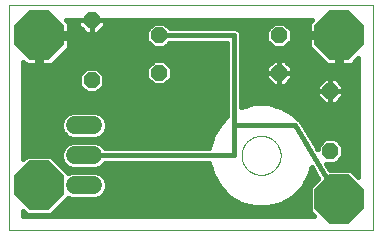
<source format=gbl>
G75*
%MOIN*%
%OFA0B0*%
%FSLAX25Y25*%
%IPPOS*%
%LPD*%
%AMOC8*
5,1,8,0,0,1.08239X$1,22.5*
%
%ADD10C,0.00000*%
%ADD11OC8,0.16400*%
%ADD12OC8,0.05200*%
%ADD13C,0.06000*%
%ADD14C,0.01600*%
D10*
X0003000Y0003125D02*
X0003000Y0078086D01*
X0124201Y0078086D01*
X0124201Y0003125D01*
X0003000Y0003125D01*
X0080500Y0028125D02*
X0080502Y0028286D01*
X0080508Y0028446D01*
X0080518Y0028607D01*
X0080532Y0028767D01*
X0080550Y0028927D01*
X0080571Y0029086D01*
X0080597Y0029245D01*
X0080627Y0029403D01*
X0080660Y0029560D01*
X0080698Y0029717D01*
X0080739Y0029872D01*
X0080784Y0030026D01*
X0080833Y0030179D01*
X0080886Y0030331D01*
X0080942Y0030482D01*
X0081003Y0030631D01*
X0081066Y0030779D01*
X0081134Y0030925D01*
X0081205Y0031069D01*
X0081279Y0031211D01*
X0081357Y0031352D01*
X0081439Y0031490D01*
X0081524Y0031627D01*
X0081612Y0031761D01*
X0081704Y0031893D01*
X0081799Y0032023D01*
X0081897Y0032151D01*
X0081998Y0032276D01*
X0082102Y0032398D01*
X0082209Y0032518D01*
X0082319Y0032635D01*
X0082432Y0032750D01*
X0082548Y0032861D01*
X0082667Y0032970D01*
X0082788Y0033075D01*
X0082912Y0033178D01*
X0083038Y0033278D01*
X0083166Y0033374D01*
X0083297Y0033467D01*
X0083431Y0033557D01*
X0083566Y0033644D01*
X0083704Y0033727D01*
X0083843Y0033807D01*
X0083985Y0033883D01*
X0084128Y0033956D01*
X0084273Y0034025D01*
X0084420Y0034091D01*
X0084568Y0034153D01*
X0084718Y0034211D01*
X0084869Y0034266D01*
X0085022Y0034317D01*
X0085176Y0034364D01*
X0085331Y0034407D01*
X0085487Y0034446D01*
X0085643Y0034482D01*
X0085801Y0034513D01*
X0085959Y0034541D01*
X0086118Y0034565D01*
X0086278Y0034585D01*
X0086438Y0034601D01*
X0086598Y0034613D01*
X0086759Y0034621D01*
X0086920Y0034625D01*
X0087080Y0034625D01*
X0087241Y0034621D01*
X0087402Y0034613D01*
X0087562Y0034601D01*
X0087722Y0034585D01*
X0087882Y0034565D01*
X0088041Y0034541D01*
X0088199Y0034513D01*
X0088357Y0034482D01*
X0088513Y0034446D01*
X0088669Y0034407D01*
X0088824Y0034364D01*
X0088978Y0034317D01*
X0089131Y0034266D01*
X0089282Y0034211D01*
X0089432Y0034153D01*
X0089580Y0034091D01*
X0089727Y0034025D01*
X0089872Y0033956D01*
X0090015Y0033883D01*
X0090157Y0033807D01*
X0090296Y0033727D01*
X0090434Y0033644D01*
X0090569Y0033557D01*
X0090703Y0033467D01*
X0090834Y0033374D01*
X0090962Y0033278D01*
X0091088Y0033178D01*
X0091212Y0033075D01*
X0091333Y0032970D01*
X0091452Y0032861D01*
X0091568Y0032750D01*
X0091681Y0032635D01*
X0091791Y0032518D01*
X0091898Y0032398D01*
X0092002Y0032276D01*
X0092103Y0032151D01*
X0092201Y0032023D01*
X0092296Y0031893D01*
X0092388Y0031761D01*
X0092476Y0031627D01*
X0092561Y0031490D01*
X0092643Y0031352D01*
X0092721Y0031211D01*
X0092795Y0031069D01*
X0092866Y0030925D01*
X0092934Y0030779D01*
X0092997Y0030631D01*
X0093058Y0030482D01*
X0093114Y0030331D01*
X0093167Y0030179D01*
X0093216Y0030026D01*
X0093261Y0029872D01*
X0093302Y0029717D01*
X0093340Y0029560D01*
X0093373Y0029403D01*
X0093403Y0029245D01*
X0093429Y0029086D01*
X0093450Y0028927D01*
X0093468Y0028767D01*
X0093482Y0028607D01*
X0093492Y0028446D01*
X0093498Y0028286D01*
X0093500Y0028125D01*
X0093498Y0027964D01*
X0093492Y0027804D01*
X0093482Y0027643D01*
X0093468Y0027483D01*
X0093450Y0027323D01*
X0093429Y0027164D01*
X0093403Y0027005D01*
X0093373Y0026847D01*
X0093340Y0026690D01*
X0093302Y0026533D01*
X0093261Y0026378D01*
X0093216Y0026224D01*
X0093167Y0026071D01*
X0093114Y0025919D01*
X0093058Y0025768D01*
X0092997Y0025619D01*
X0092934Y0025471D01*
X0092866Y0025325D01*
X0092795Y0025181D01*
X0092721Y0025039D01*
X0092643Y0024898D01*
X0092561Y0024760D01*
X0092476Y0024623D01*
X0092388Y0024489D01*
X0092296Y0024357D01*
X0092201Y0024227D01*
X0092103Y0024099D01*
X0092002Y0023974D01*
X0091898Y0023852D01*
X0091791Y0023732D01*
X0091681Y0023615D01*
X0091568Y0023500D01*
X0091452Y0023389D01*
X0091333Y0023280D01*
X0091212Y0023175D01*
X0091088Y0023072D01*
X0090962Y0022972D01*
X0090834Y0022876D01*
X0090703Y0022783D01*
X0090569Y0022693D01*
X0090434Y0022606D01*
X0090296Y0022523D01*
X0090157Y0022443D01*
X0090015Y0022367D01*
X0089872Y0022294D01*
X0089727Y0022225D01*
X0089580Y0022159D01*
X0089432Y0022097D01*
X0089282Y0022039D01*
X0089131Y0021984D01*
X0088978Y0021933D01*
X0088824Y0021886D01*
X0088669Y0021843D01*
X0088513Y0021804D01*
X0088357Y0021768D01*
X0088199Y0021737D01*
X0088041Y0021709D01*
X0087882Y0021685D01*
X0087722Y0021665D01*
X0087562Y0021649D01*
X0087402Y0021637D01*
X0087241Y0021629D01*
X0087080Y0021625D01*
X0086920Y0021625D01*
X0086759Y0021629D01*
X0086598Y0021637D01*
X0086438Y0021649D01*
X0086278Y0021665D01*
X0086118Y0021685D01*
X0085959Y0021709D01*
X0085801Y0021737D01*
X0085643Y0021768D01*
X0085487Y0021804D01*
X0085331Y0021843D01*
X0085176Y0021886D01*
X0085022Y0021933D01*
X0084869Y0021984D01*
X0084718Y0022039D01*
X0084568Y0022097D01*
X0084420Y0022159D01*
X0084273Y0022225D01*
X0084128Y0022294D01*
X0083985Y0022367D01*
X0083843Y0022443D01*
X0083704Y0022523D01*
X0083566Y0022606D01*
X0083431Y0022693D01*
X0083297Y0022783D01*
X0083166Y0022876D01*
X0083038Y0022972D01*
X0082912Y0023072D01*
X0082788Y0023175D01*
X0082667Y0023280D01*
X0082548Y0023389D01*
X0082432Y0023500D01*
X0082319Y0023615D01*
X0082209Y0023732D01*
X0082102Y0023852D01*
X0081998Y0023974D01*
X0081897Y0024099D01*
X0081799Y0024227D01*
X0081704Y0024357D01*
X0081612Y0024489D01*
X0081524Y0024623D01*
X0081439Y0024760D01*
X0081357Y0024898D01*
X0081279Y0025039D01*
X0081205Y0025181D01*
X0081134Y0025325D01*
X0081066Y0025471D01*
X0081003Y0025619D01*
X0080942Y0025768D01*
X0080886Y0025919D01*
X0080833Y0026071D01*
X0080784Y0026224D01*
X0080739Y0026378D01*
X0080698Y0026533D01*
X0080660Y0026690D01*
X0080627Y0026847D01*
X0080597Y0027005D01*
X0080571Y0027164D01*
X0080550Y0027323D01*
X0080532Y0027483D01*
X0080518Y0027643D01*
X0080508Y0027804D01*
X0080502Y0027964D01*
X0080500Y0028125D01*
D11*
X0113000Y0013440D03*
X0113000Y0068243D03*
X0013000Y0068125D03*
X0013000Y0018125D03*
D12*
X0030500Y0053125D03*
X0053000Y0055625D03*
X0053000Y0068125D03*
X0030500Y0073125D03*
X0093000Y0068125D03*
X0093000Y0055625D03*
X0110067Y0049582D03*
X0110067Y0029582D03*
D13*
X0031000Y0028125D02*
X0025000Y0028125D01*
X0025000Y0038125D02*
X0031000Y0038125D01*
X0031000Y0018125D02*
X0025000Y0018125D01*
D14*
X0023076Y0022307D02*
X0022677Y0022307D01*
X0022794Y0022190D02*
X0017059Y0027925D01*
X0008941Y0027925D01*
X0007800Y0026784D01*
X0007800Y0059183D01*
X0008858Y0058125D01*
X0012225Y0058125D01*
X0012225Y0067350D01*
X0013775Y0067350D01*
X0013775Y0068900D01*
X0023000Y0068900D01*
X0023000Y0072267D01*
X0021981Y0073286D01*
X0026100Y0073286D01*
X0026100Y0073125D01*
X0030500Y0073125D01*
X0034900Y0073125D01*
X0034900Y0073286D01*
X0103900Y0073286D01*
X0103000Y0072385D01*
X0103000Y0069018D01*
X0112225Y0069018D01*
X0112225Y0067468D01*
X0113775Y0067468D01*
X0113775Y0058243D01*
X0117142Y0058243D01*
X0119401Y0060502D01*
X0119401Y0020898D01*
X0117059Y0023240D01*
X0109963Y0023240D01*
X0108688Y0025382D01*
X0111807Y0025382D01*
X0114267Y0027842D01*
X0114267Y0031321D01*
X0111807Y0033782D01*
X0108327Y0033782D01*
X0105867Y0031321D01*
X0105867Y0030125D01*
X0103151Y0034689D01*
X0103121Y0034803D01*
X0100843Y0038747D01*
X0100581Y0039010D01*
X0100466Y0039203D01*
X0100350Y0039484D01*
X0100224Y0039610D01*
X0100133Y0039762D01*
X0099890Y0039944D01*
X0099674Y0040160D01*
X0099511Y0040227D01*
X0099368Y0040334D01*
X0099219Y0040371D01*
X0097622Y0041968D01*
X0093678Y0044246D01*
X0089278Y0045425D01*
X0084722Y0045425D01*
X0080400Y0044267D01*
X0080400Y0068602D01*
X0080035Y0069484D01*
X0079359Y0070160D01*
X0078477Y0070525D01*
X0056540Y0070525D01*
X0054740Y0072325D01*
X0051260Y0072325D01*
X0048800Y0069865D01*
X0048800Y0066385D01*
X0051260Y0063925D01*
X0054740Y0063925D01*
X0056540Y0065725D01*
X0075600Y0065725D01*
X0075600Y0041191D01*
X0073157Y0038747D01*
X0070879Y0034803D01*
X0069733Y0030525D01*
X0034985Y0030525D01*
X0034900Y0030731D01*
X0033606Y0032025D01*
X0031915Y0032725D01*
X0024085Y0032725D01*
X0022394Y0032025D01*
X0021100Y0030731D01*
X0020400Y0029040D01*
X0020400Y0027210D01*
X0021100Y0025519D01*
X0022394Y0024225D01*
X0024085Y0023525D01*
X0031915Y0023525D01*
X0033606Y0024225D01*
X0034900Y0025519D01*
X0034985Y0025725D01*
X0069733Y0025725D01*
X0070879Y0021447D01*
X0073157Y0017503D01*
X0076378Y0014282D01*
X0080322Y0012004D01*
X0084722Y0010825D01*
X0089278Y0010825D01*
X0093678Y0012004D01*
X0097622Y0014282D01*
X0100843Y0017503D01*
X0103121Y0021447D01*
X0103842Y0024139D01*
X0106080Y0020379D01*
X0103200Y0017499D01*
X0103200Y0009381D01*
X0104656Y0007925D01*
X0007800Y0007925D01*
X0007800Y0009466D01*
X0008941Y0008325D01*
X0017059Y0008325D01*
X0022794Y0014060D01*
X0024085Y0013525D01*
X0031915Y0013525D01*
X0033606Y0014225D01*
X0034900Y0015519D01*
X0035600Y0017210D01*
X0035600Y0019040D01*
X0034900Y0020731D01*
X0033606Y0022025D01*
X0031915Y0022725D01*
X0024085Y0022725D01*
X0022794Y0022190D01*
X0023166Y0023906D02*
X0021079Y0023906D01*
X0021115Y0025504D02*
X0019480Y0025504D01*
X0020444Y0027103D02*
X0017882Y0027103D01*
X0020400Y0028701D02*
X0007800Y0028701D01*
X0007800Y0027103D02*
X0008118Y0027103D01*
X0007800Y0030300D02*
X0020922Y0030300D01*
X0022268Y0031898D02*
X0007800Y0031898D01*
X0007800Y0033497D02*
X0070529Y0033497D01*
X0070101Y0031898D02*
X0033732Y0031898D01*
X0033606Y0034225D02*
X0031915Y0033525D01*
X0024085Y0033525D01*
X0022394Y0034225D01*
X0021100Y0035519D01*
X0020400Y0037210D01*
X0020400Y0039040D01*
X0021100Y0040731D01*
X0022394Y0042025D01*
X0024085Y0042725D01*
X0031915Y0042725D01*
X0033606Y0042025D01*
X0034900Y0040731D01*
X0035600Y0039040D01*
X0035600Y0037210D01*
X0034900Y0035519D01*
X0033606Y0034225D01*
X0034476Y0035095D02*
X0071048Y0035095D01*
X0071971Y0036694D02*
X0035386Y0036694D01*
X0035600Y0038292D02*
X0072894Y0038292D01*
X0074300Y0039891D02*
X0035248Y0039891D01*
X0034141Y0041489D02*
X0075600Y0041489D01*
X0075600Y0043088D02*
X0007800Y0043088D01*
X0007800Y0044686D02*
X0075600Y0044686D01*
X0075600Y0046285D02*
X0007800Y0046285D01*
X0007800Y0047883D02*
X0075600Y0047883D01*
X0075600Y0049482D02*
X0032797Y0049482D01*
X0032240Y0048925D02*
X0034700Y0051385D01*
X0034700Y0054865D01*
X0032240Y0057325D01*
X0028760Y0057325D01*
X0026300Y0054865D01*
X0026300Y0051385D01*
X0028760Y0048925D01*
X0032240Y0048925D01*
X0034395Y0051080D02*
X0075600Y0051080D01*
X0075600Y0052679D02*
X0055994Y0052679D01*
X0057200Y0053885D02*
X0054740Y0051425D01*
X0051260Y0051425D01*
X0048800Y0053885D01*
X0048800Y0057365D01*
X0051260Y0059825D01*
X0054740Y0059825D01*
X0057200Y0057365D01*
X0057200Y0053885D01*
X0057200Y0054277D02*
X0075600Y0054277D01*
X0075600Y0055876D02*
X0057200Y0055876D01*
X0057090Y0057474D02*
X0075600Y0057474D01*
X0075600Y0059073D02*
X0055492Y0059073D01*
X0050508Y0059073D02*
X0018090Y0059073D01*
X0017142Y0058125D02*
X0023000Y0063983D01*
X0023000Y0067350D01*
X0013775Y0067350D01*
X0013775Y0058125D01*
X0017142Y0058125D01*
X0013775Y0059073D02*
X0012225Y0059073D01*
X0012225Y0060671D02*
X0013775Y0060671D01*
X0013775Y0062270D02*
X0012225Y0062270D01*
X0012225Y0063868D02*
X0013775Y0063868D01*
X0013775Y0065467D02*
X0012225Y0065467D01*
X0012225Y0067065D02*
X0013775Y0067065D01*
X0013775Y0068664D02*
X0048800Y0068664D01*
X0048800Y0067065D02*
X0023000Y0067065D01*
X0023000Y0065467D02*
X0049718Y0065467D01*
X0053000Y0068125D02*
X0078000Y0068125D01*
X0078000Y0038125D01*
X0098315Y0038125D01*
X0113000Y0013440D01*
X0103200Y0012716D02*
X0094911Y0012716D01*
X0097655Y0014315D02*
X0103200Y0014315D01*
X0103200Y0015913D02*
X0099254Y0015913D01*
X0100849Y0017512D02*
X0103212Y0017512D01*
X0101772Y0019110D02*
X0104811Y0019110D01*
X0105883Y0020709D02*
X0102694Y0020709D01*
X0103351Y0022307D02*
X0104932Y0022307D01*
X0103981Y0023906D02*
X0103780Y0023906D01*
X0109567Y0023906D02*
X0119401Y0023906D01*
X0119401Y0025504D02*
X0111929Y0025504D01*
X0113528Y0027103D02*
X0119401Y0027103D01*
X0119401Y0028701D02*
X0114267Y0028701D01*
X0114267Y0030300D02*
X0119401Y0030300D01*
X0119401Y0031898D02*
X0113690Y0031898D01*
X0112092Y0033497D02*
X0119401Y0033497D01*
X0119401Y0035095D02*
X0102952Y0035095D01*
X0103861Y0033497D02*
X0108042Y0033497D01*
X0106444Y0031898D02*
X0104812Y0031898D01*
X0105763Y0030300D02*
X0105867Y0030300D01*
X0102029Y0036694D02*
X0119401Y0036694D01*
X0119401Y0038292D02*
X0101106Y0038292D01*
X0099961Y0039891D02*
X0119401Y0039891D01*
X0119401Y0041489D02*
X0098102Y0041489D01*
X0095684Y0043088D02*
X0119401Y0043088D01*
X0119401Y0044686D02*
X0092034Y0044686D01*
X0081966Y0044686D02*
X0080400Y0044686D01*
X0080400Y0046285D02*
X0107141Y0046285D01*
X0108244Y0045182D02*
X0105667Y0047759D01*
X0105667Y0049582D01*
X0110067Y0049582D01*
X0110067Y0049582D01*
X0110067Y0053982D01*
X0111889Y0053982D01*
X0114467Y0051404D01*
X0114467Y0049582D01*
X0110067Y0049582D01*
X0110067Y0053982D01*
X0108244Y0053982D01*
X0105667Y0051404D01*
X0105667Y0049582D01*
X0110067Y0049582D01*
X0110067Y0049582D01*
X0110067Y0049582D01*
X0114467Y0049582D01*
X0114467Y0047759D01*
X0111889Y0045182D01*
X0110067Y0045182D01*
X0110067Y0049582D01*
X0110067Y0049582D01*
X0110067Y0045182D01*
X0108244Y0045182D01*
X0110067Y0046285D02*
X0110067Y0046285D01*
X0110067Y0047883D02*
X0110067Y0047883D01*
X0110067Y0049482D02*
X0110067Y0049482D01*
X0110067Y0051080D02*
X0110067Y0051080D01*
X0110067Y0052679D02*
X0110067Y0052679D01*
X0113192Y0052679D02*
X0119401Y0052679D01*
X0119401Y0054277D02*
X0097400Y0054277D01*
X0097400Y0053802D02*
X0097400Y0055625D01*
X0097400Y0057448D01*
X0094823Y0060025D01*
X0093000Y0060025D01*
X0093000Y0055625D01*
X0097400Y0055625D01*
X0093000Y0055625D01*
X0093000Y0055625D01*
X0093000Y0055625D01*
X0093000Y0051225D01*
X0094823Y0051225D01*
X0097400Y0053802D01*
X0096276Y0052679D02*
X0106942Y0052679D01*
X0105667Y0051080D02*
X0080400Y0051080D01*
X0080400Y0049482D02*
X0105667Y0049482D01*
X0105667Y0047883D02*
X0080400Y0047883D01*
X0080400Y0052679D02*
X0089724Y0052679D01*
X0088600Y0053802D02*
X0091177Y0051225D01*
X0093000Y0051225D01*
X0093000Y0055625D01*
X0093000Y0055625D01*
X0093000Y0055625D01*
X0088600Y0055625D01*
X0088600Y0057448D01*
X0091177Y0060025D01*
X0093000Y0060025D01*
X0093000Y0055625D01*
X0088600Y0055625D01*
X0088600Y0053802D01*
X0088600Y0054277D02*
X0080400Y0054277D01*
X0080400Y0055876D02*
X0088600Y0055876D01*
X0088627Y0057474D02*
X0080400Y0057474D01*
X0080400Y0059073D02*
X0090225Y0059073D01*
X0093000Y0059073D02*
X0093000Y0059073D01*
X0093000Y0057474D02*
X0093000Y0057474D01*
X0093000Y0055876D02*
X0093000Y0055876D01*
X0093000Y0054277D02*
X0093000Y0054277D01*
X0093000Y0052679D02*
X0093000Y0052679D01*
X0097400Y0055876D02*
X0119401Y0055876D01*
X0119401Y0057474D02*
X0097373Y0057474D01*
X0095775Y0059073D02*
X0108028Y0059073D01*
X0108858Y0058243D02*
X0112225Y0058243D01*
X0112225Y0067468D01*
X0103000Y0067468D01*
X0103000Y0064101D01*
X0108858Y0058243D01*
X0106430Y0060671D02*
X0080400Y0060671D01*
X0080400Y0062270D02*
X0104831Y0062270D01*
X0103233Y0063868D02*
X0080400Y0063868D01*
X0080400Y0065467D02*
X0089718Y0065467D01*
X0088800Y0066385D02*
X0091260Y0063925D01*
X0094740Y0063925D01*
X0097200Y0066385D01*
X0097200Y0069865D01*
X0094740Y0072325D01*
X0091260Y0072325D01*
X0088800Y0069865D01*
X0088800Y0066385D01*
X0088800Y0067065D02*
X0080400Y0067065D01*
X0080374Y0068664D02*
X0088800Y0068664D01*
X0089198Y0070262D02*
X0079111Y0070262D01*
X0075600Y0065467D02*
X0056282Y0065467D01*
X0049198Y0070262D02*
X0033860Y0070262D01*
X0034900Y0071302D02*
X0032323Y0068725D01*
X0030500Y0068725D01*
X0030500Y0073125D01*
X0030500Y0073125D01*
X0034900Y0073125D01*
X0034900Y0071302D01*
X0034900Y0071861D02*
X0050796Y0071861D01*
X0055204Y0071861D02*
X0090796Y0071861D01*
X0095204Y0071861D02*
X0103000Y0071861D01*
X0103000Y0070262D02*
X0096802Y0070262D01*
X0097200Y0068664D02*
X0112225Y0068664D01*
X0112225Y0067065D02*
X0113775Y0067065D01*
X0113775Y0065467D02*
X0112225Y0065467D01*
X0112225Y0063868D02*
X0113775Y0063868D01*
X0113775Y0062270D02*
X0112225Y0062270D01*
X0112225Y0060671D02*
X0113775Y0060671D01*
X0113775Y0059073D02*
X0112225Y0059073D01*
X0117972Y0059073D02*
X0119401Y0059073D01*
X0119401Y0051080D02*
X0114467Y0051080D01*
X0114467Y0049482D02*
X0119401Y0049482D01*
X0119401Y0047883D02*
X0114467Y0047883D01*
X0112993Y0046285D02*
X0119401Y0046285D01*
X0103000Y0065467D02*
X0096282Y0065467D01*
X0097200Y0067065D02*
X0103000Y0067065D01*
X0075600Y0063868D02*
X0022886Y0063868D01*
X0021287Y0062270D02*
X0075600Y0062270D01*
X0075600Y0060671D02*
X0019689Y0060671D01*
X0027311Y0055876D02*
X0007800Y0055876D01*
X0007800Y0057474D02*
X0048910Y0057474D01*
X0048800Y0055876D02*
X0033689Y0055876D01*
X0034700Y0054277D02*
X0048800Y0054277D01*
X0050006Y0052679D02*
X0034700Y0052679D01*
X0028203Y0049482D02*
X0007800Y0049482D01*
X0007800Y0051080D02*
X0026605Y0051080D01*
X0026300Y0052679D02*
X0007800Y0052679D01*
X0007800Y0054277D02*
X0026300Y0054277D01*
X0007910Y0059073D02*
X0007800Y0059073D01*
X0023000Y0070262D02*
X0027140Y0070262D01*
X0026100Y0071302D02*
X0028677Y0068725D01*
X0030500Y0068725D01*
X0030500Y0073125D01*
X0030500Y0073125D01*
X0030500Y0073125D01*
X0026100Y0073125D01*
X0026100Y0071302D01*
X0026100Y0071861D02*
X0023000Y0071861D01*
X0030500Y0071861D02*
X0030500Y0071861D01*
X0030500Y0070262D02*
X0030500Y0070262D01*
X0021859Y0041489D02*
X0007800Y0041489D01*
X0007800Y0039891D02*
X0020752Y0039891D01*
X0020400Y0038292D02*
X0007800Y0038292D01*
X0007800Y0036694D02*
X0020614Y0036694D01*
X0021524Y0035095D02*
X0007800Y0035095D01*
X0028000Y0028125D02*
X0078000Y0028125D01*
X0078000Y0038125D01*
X0069792Y0025504D02*
X0034885Y0025504D01*
X0032834Y0023906D02*
X0070220Y0023906D01*
X0070649Y0022307D02*
X0032924Y0022307D01*
X0034909Y0020709D02*
X0071306Y0020709D01*
X0072228Y0019110D02*
X0035571Y0019110D01*
X0035600Y0017512D02*
X0073151Y0017512D01*
X0074746Y0015913D02*
X0035063Y0015913D01*
X0033695Y0014315D02*
X0076345Y0014315D01*
X0079089Y0012716D02*
X0021450Y0012716D01*
X0019852Y0011118D02*
X0083631Y0011118D01*
X0090369Y0011118D02*
X0103200Y0011118D01*
X0103200Y0009519D02*
X0018253Y0009519D01*
X0117992Y0022307D02*
X0119401Y0022307D01*
M02*

</source>
